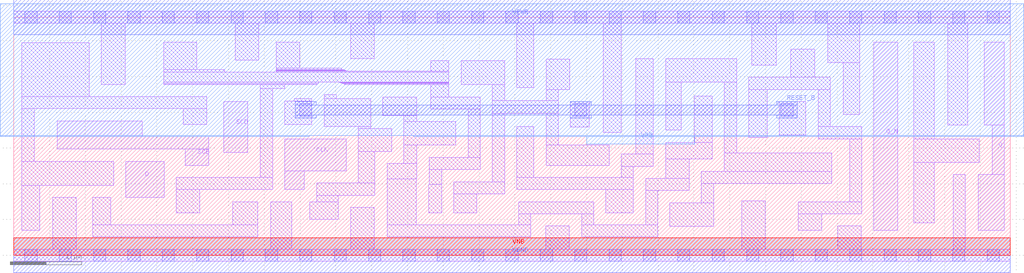
<source format=lef>
# Copyright 2020 The SkyWater PDK Authors
#
# Licensed under the Apache License, Version 2.0 (the "License");
# you may not use this file except in compliance with the License.
# You may obtain a copy of the License at
#
#     https://www.apache.org/licenses/LICENSE-2.0
#
# Unless required by applicable law or agreed to in writing, software
# distributed under the License is distributed on an "AS IS" BASIS,
# WITHOUT WARRANTIES OR CONDITIONS OF ANY KIND, either express or implied.
# See the License for the specific language governing permissions and
# limitations under the License.
#
# SPDX-License-Identifier: Apache-2.0

VERSION 5.7 ;
  NOWIREEXTENSIONATPIN ON ;
  DIVIDERCHAR "/" ;
  BUSBITCHARS "[]" ;
MACRO sky130_fd_sc_ls__sdfrbp_1
  CLASS CORE ;
  FOREIGN sky130_fd_sc_ls__sdfrbp_1 ;
  ORIGIN  0.000000  0.000000 ;
  SIZE  13.92000 BY  3.330000 ;
  SYMMETRY X Y R90 ;
  SITE unit ;
  PIN D
    ANTENNAGATEAREA  0.159000 ;
    DIRECTION INPUT ;
    USE SIGNAL ;
    PORT
      LAYER li1 ;
        RECT 1.565000 0.810000 2.100000 1.310000 ;
    END
  END D
  PIN Q
    ANTENNADIFFAREA  0.518900 ;
    DIRECTION OUTPUT ;
    USE SIGNAL ;
    PORT
      LAYER li1 ;
        RECT 13.470000 0.350000 13.835000 1.130000 ;
        RECT 13.555000 1.820000 13.835000 2.980000 ;
        RECT 13.665000 1.130000 13.835000 1.820000 ;
    END
  END Q
  PIN Q_N
    ANTENNADIFFAREA  0.537600 ;
    DIRECTION OUTPUT ;
    USE SIGNAL ;
    PORT
      LAYER li1 ;
        RECT 12.015000 0.350000 12.345000 2.980000 ;
    END
  END Q_N
  PIN RESET_B
    ANTENNAGATEAREA  0.411000 ;
    DIRECTION INPUT ;
    USE SIGNAL ;
    PORT
      LAYER met1 ;
        RECT  3.935000 1.920000  4.225000 1.965000 ;
        RECT  3.935000 1.965000 10.945000 2.105000 ;
        RECT  3.935000 2.105000  4.225000 2.150000 ;
        RECT  7.775000 1.920000  8.065000 1.965000 ;
        RECT  7.775000 2.105000  8.065000 2.150000 ;
        RECT 10.655000 1.920000 10.945000 1.965000 ;
        RECT 10.655000 2.105000 10.945000 2.150000 ;
    END
  END RESET_B
  PIN SCD
    ANTENNAGATEAREA  0.159000 ;
    DIRECTION INPUT ;
    USE SIGNAL ;
    PORT
      LAYER li1 ;
        RECT 2.935000 1.440000 3.265000 2.150000 ;
    END
  END SCD
  PIN SCE
    ANTENNAGATEAREA  0.318000 ;
    DIRECTION INPUT ;
    USE SIGNAL ;
    PORT
      LAYER li1 ;
        RECT 0.605000 1.490000 2.725000 1.660000 ;
        RECT 0.605000 1.660000 1.795000 1.880000 ;
        RECT 2.395000 1.260000 2.725000 1.490000 ;
    END
  END SCE
  PIN VNB
    PORT
      LAYER pwell ;
        RECT 0.000000 0.000000 13.920000 0.245000 ;
    END
  END VNB
  PIN VPB
    PORT
      LAYER nwell ;
        RECT -0.190000 1.660000  4.125000 1.675000 ;
        RECT -0.190000 1.675000 14.110000 3.520000 ;
        RECT  5.585000 1.660000 14.110000 1.675000 ;
        RECT  8.005000 1.555000  9.515000 1.660000 ;
    END
  END VPB
  PIN CLK
    ANTENNAGATEAREA  0.261000 ;
    DIRECTION INPUT ;
    USE CLOCK ;
    PORT
      LAYER li1 ;
        RECT 3.785000 0.920000 4.060000 1.180000 ;
        RECT 3.785000 1.180000 4.645000 1.630000 ;
    END
  END CLK
  PIN VGND
    DIRECTION INOUT ;
    SHAPE ABUTMENT ;
    USE GROUND ;
    PORT
      LAYER met1 ;
        RECT 0.000000 -0.245000 13.920000 0.245000 ;
    END
  END VGND
  PIN VPWR
    DIRECTION INOUT ;
    SHAPE ABUTMENT ;
    USE POWER ;
    PORT
      LAYER met1 ;
        RECT 0.000000 3.085000 13.920000 3.575000 ;
    END
  END VPWR
  OBS
    LAYER li1 ;
      RECT  0.000000 -0.085000 13.920000 0.085000 ;
      RECT  0.000000  3.245000 13.920000 3.415000 ;
      RECT  0.115000  0.350000  0.365000 0.980000 ;
      RECT  0.115000  0.980000  1.395000 1.310000 ;
      RECT  0.115000  1.310000  0.285000 2.050000 ;
      RECT  0.115000  2.050000  2.695000 2.220000 ;
      RECT  0.115000  2.220000  1.055000 2.975000 ;
      RECT  0.545000  0.085000  0.875000 0.810000 ;
      RECT  1.105000  0.255000  3.410000 0.425000 ;
      RECT  1.105000  0.425000  1.355000 0.810000 ;
      RECT  1.225000  2.390000  1.555000 3.245000 ;
      RECT  2.095000  2.390000  4.230000 2.400000 ;
      RECT  2.095000  2.400000  4.250000 2.420000 ;
      RECT  2.095000  2.420000  6.075000 2.560000 ;
      RECT  2.095000  2.560000  2.945000 2.600000 ;
      RECT  2.095000  2.600000  2.555000 2.980000 ;
      RECT  2.270000  0.595000  2.600000 0.920000 ;
      RECT  2.270000  0.920000  3.615000 1.090000 ;
      RECT  2.365000  1.830000  2.695000 2.050000 ;
      RECT  3.060000  0.425000  3.410000 0.750000 ;
      RECT  3.095000  2.730000  3.425000 3.245000 ;
      RECT  3.445000  1.090000  3.615000 2.330000 ;
      RECT  3.445000  2.330000  3.785000 2.385000 ;
      RECT  3.445000  2.385000  4.230000 2.390000 ;
      RECT  3.590000  0.085000  3.880000 0.750000 ;
      RECT  3.665000  2.560000  6.075000 2.580000 ;
      RECT  3.665000  2.580000  4.645000 2.585000 ;
      RECT  3.665000  2.585000  4.630000 2.590000 ;
      RECT  3.665000  2.590000  4.610000 2.600000 ;
      RECT  3.665000  2.600000  4.580000 2.620000 ;
      RECT  3.665000  2.620000  3.995000 2.980000 ;
      RECT  3.785000  1.830000  4.165000 2.160000 ;
      RECT  3.920000  2.160000  4.165000 2.190000 ;
      RECT  4.135000  0.500000  4.535000 0.750000 ;
      RECT  4.230000  0.750000  4.535000 0.840000 ;
      RECT  4.230000  0.840000  5.045000 1.010000 ;
      RECT  4.335000  1.800000  4.985000 2.195000 ;
      RECT  4.335000  2.195000  4.505000 2.250000 ;
      RECT  4.555000  2.415000  6.075000 2.420000 ;
      RECT  4.570000  2.410000  6.075000 2.415000 ;
      RECT  4.590000  2.400000  6.075000 2.410000 ;
      RECT  4.615000  2.385000  6.075000 2.400000 ;
      RECT  4.705000  0.085000  5.035000 0.670000 ;
      RECT  4.705000  2.750000  5.035000 3.245000 ;
      RECT  4.815000  1.010000  5.045000 1.455000 ;
      RECT  4.815000  1.455000  5.280000 1.775000 ;
      RECT  4.815000  1.775000  4.985000 1.800000 ;
      RECT  5.155000  1.955000  5.630000 2.215000 ;
      RECT  5.215000  0.255000  7.220000 0.425000 ;
      RECT  5.215000  0.425000  5.620000 1.070000 ;
      RECT  5.215000  1.070000  5.630000 1.285000 ;
      RECT  5.450000  1.285000  5.630000 1.545000 ;
      RECT  5.450000  1.545000  6.175000 1.875000 ;
      RECT  5.450000  1.875000  5.630000 1.955000 ;
      RECT  5.795000  0.595000  5.975000 0.995000 ;
      RECT  5.800000  0.995000  5.975000 1.200000 ;
      RECT  5.800000  1.200000  6.515000 1.370000 ;
      RECT  5.825000  2.045000  6.515000 2.215000 ;
      RECT  5.825000  2.215000  6.075000 2.385000 ;
      RECT  5.825000  2.580000  6.075000 2.725000 ;
      RECT  6.145000  0.595000  6.470000 0.860000 ;
      RECT  6.145000  0.860000  6.855000 1.030000 ;
      RECT  6.250000  2.385000  6.855000 2.725000 ;
      RECT  6.345000  1.370000  6.515000 2.045000 ;
      RECT  6.685000  1.030000  6.855000 1.985000 ;
      RECT  6.685000  1.985000  7.605000 2.165000 ;
      RECT  6.685000  2.165000  6.855000 2.385000 ;
      RECT  7.025000  0.920000  8.655000 1.090000 ;
      RECT  7.025000  1.090000  7.265000 1.805000 ;
      RECT  7.025000  2.345000  7.265000 3.245000 ;
      RECT  7.050000  0.425000  7.220000 0.580000 ;
      RECT  7.050000  0.580000  8.100000 0.750000 ;
      RECT  7.430000  0.085000  7.760000 0.410000 ;
      RECT  7.435000  1.260000  8.315000 1.545000 ;
      RECT  7.435000  1.545000  7.605000 1.985000 ;
      RECT  7.435000  2.165000  7.605000 2.320000 ;
      RECT  7.435000  2.320000  7.765000 2.745000 ;
      RECT  7.775000  1.795000  8.035000 2.150000 ;
      RECT  7.930000  0.255000  8.995000 0.425000 ;
      RECT  7.930000  0.425000  8.100000 0.580000 ;
      RECT  8.235000  1.715000  8.485000 3.245000 ;
      RECT  8.270000  0.595000  8.655000 0.920000 ;
      RECT  8.485000  1.090000  8.655000 1.245000 ;
      RECT  8.485000  1.245000  8.935000 1.415000 ;
      RECT  8.685000  1.415000  8.935000 2.755000 ;
      RECT  8.825000  0.425000  8.995000 0.905000 ;
      RECT  8.825000  0.905000  9.435000 1.075000 ;
      RECT  9.105000  1.075000  9.435000 1.345000 ;
      RECT  9.105000  1.345000  9.755000 1.575000 ;
      RECT  9.105000  1.755000  9.325000 2.425000 ;
      RECT  9.105000  2.425000 10.095000 2.755000 ;
      RECT  9.165000  0.405000  9.775000 0.735000 ;
      RECT  9.505000  1.575000  9.755000 2.230000 ;
      RECT  9.605000  0.735000  9.775000 1.005000 ;
      RECT  9.605000  1.005000 11.425000 1.175000 ;
      RECT  9.925000  1.175000 11.425000 1.435000 ;
      RECT  9.925000  1.435000 10.095000 2.425000 ;
      RECT 10.165000  0.085000 10.495000 0.760000 ;
      RECT 10.265000  1.650000 10.525000 2.320000 ;
      RECT 10.265000  2.320000 11.405000 2.490000 ;
      RECT 10.305000  2.660000 10.650000 3.245000 ;
      RECT 10.695000  1.685000 11.065000 2.150000 ;
      RECT 10.855000  2.490000 11.185000 2.885000 ;
      RECT 10.955000  0.350000 11.285000 0.580000 ;
      RECT 10.955000  0.580000 11.845000 0.750000 ;
      RECT 11.235000  1.630000 11.845000 1.800000 ;
      RECT 11.235000  1.800000 11.405000 2.320000 ;
      RECT 11.370000  2.695000 11.815000 3.245000 ;
      RECT 11.510000  0.085000 11.840000 0.410000 ;
      RECT 11.585000  1.970000 11.815000 2.695000 ;
      RECT 11.675000  0.750000 11.845000 1.630000 ;
      RECT 12.570000  0.455000 12.855000 1.300000 ;
      RECT 12.570000  1.300000 13.485000 1.630000 ;
      RECT 12.570000  1.630000 12.855000 2.980000 ;
      RECT 13.045000  1.820000 13.325000 3.245000 ;
      RECT 13.120000  0.085000 13.290000 1.130000 ;
    LAYER mcon ;
      RECT  0.155000 -0.085000  0.325000 0.085000 ;
      RECT  0.155000  3.245000  0.325000 3.415000 ;
      RECT  0.635000 -0.085000  0.805000 0.085000 ;
      RECT  0.635000  3.245000  0.805000 3.415000 ;
      RECT  1.115000 -0.085000  1.285000 0.085000 ;
      RECT  1.115000  3.245000  1.285000 3.415000 ;
      RECT  1.595000 -0.085000  1.765000 0.085000 ;
      RECT  1.595000  3.245000  1.765000 3.415000 ;
      RECT  2.075000 -0.085000  2.245000 0.085000 ;
      RECT  2.075000  3.245000  2.245000 3.415000 ;
      RECT  2.555000 -0.085000  2.725000 0.085000 ;
      RECT  2.555000  3.245000  2.725000 3.415000 ;
      RECT  3.035000 -0.085000  3.205000 0.085000 ;
      RECT  3.035000  3.245000  3.205000 3.415000 ;
      RECT  3.515000 -0.085000  3.685000 0.085000 ;
      RECT  3.515000  3.245000  3.685000 3.415000 ;
      RECT  3.995000 -0.085000  4.165000 0.085000 ;
      RECT  3.995000  1.950000  4.165000 2.120000 ;
      RECT  3.995000  3.245000  4.165000 3.415000 ;
      RECT  4.475000 -0.085000  4.645000 0.085000 ;
      RECT  4.475000  3.245000  4.645000 3.415000 ;
      RECT  4.955000 -0.085000  5.125000 0.085000 ;
      RECT  4.955000  3.245000  5.125000 3.415000 ;
      RECT  5.435000 -0.085000  5.605000 0.085000 ;
      RECT  5.435000  3.245000  5.605000 3.415000 ;
      RECT  5.915000 -0.085000  6.085000 0.085000 ;
      RECT  5.915000  3.245000  6.085000 3.415000 ;
      RECT  6.395000 -0.085000  6.565000 0.085000 ;
      RECT  6.395000  3.245000  6.565000 3.415000 ;
      RECT  6.875000 -0.085000  7.045000 0.085000 ;
      RECT  6.875000  3.245000  7.045000 3.415000 ;
      RECT  7.355000 -0.085000  7.525000 0.085000 ;
      RECT  7.355000  3.245000  7.525000 3.415000 ;
      RECT  7.835000 -0.085000  8.005000 0.085000 ;
      RECT  7.835000  1.950000  8.005000 2.120000 ;
      RECT  7.835000  3.245000  8.005000 3.415000 ;
      RECT  8.315000 -0.085000  8.485000 0.085000 ;
      RECT  8.315000  3.245000  8.485000 3.415000 ;
      RECT  8.795000 -0.085000  8.965000 0.085000 ;
      RECT  8.795000  3.245000  8.965000 3.415000 ;
      RECT  9.275000 -0.085000  9.445000 0.085000 ;
      RECT  9.275000  3.245000  9.445000 3.415000 ;
      RECT  9.755000 -0.085000  9.925000 0.085000 ;
      RECT  9.755000  3.245000  9.925000 3.415000 ;
      RECT 10.235000 -0.085000 10.405000 0.085000 ;
      RECT 10.235000  3.245000 10.405000 3.415000 ;
      RECT 10.715000 -0.085000 10.885000 0.085000 ;
      RECT 10.715000  1.950000 10.885000 2.120000 ;
      RECT 10.715000  3.245000 10.885000 3.415000 ;
      RECT 11.195000 -0.085000 11.365000 0.085000 ;
      RECT 11.195000  3.245000 11.365000 3.415000 ;
      RECT 11.675000 -0.085000 11.845000 0.085000 ;
      RECT 11.675000  3.245000 11.845000 3.415000 ;
      RECT 12.155000 -0.085000 12.325000 0.085000 ;
      RECT 12.155000  3.245000 12.325000 3.415000 ;
      RECT 12.635000 -0.085000 12.805000 0.085000 ;
      RECT 12.635000  3.245000 12.805000 3.415000 ;
      RECT 13.115000 -0.085000 13.285000 0.085000 ;
      RECT 13.115000  3.245000 13.285000 3.415000 ;
      RECT 13.595000 -0.085000 13.765000 0.085000 ;
      RECT 13.595000  3.245000 13.765000 3.415000 ;
  END
END sky130_fd_sc_ls__sdfrbp_1
END LIBRARY

</source>
